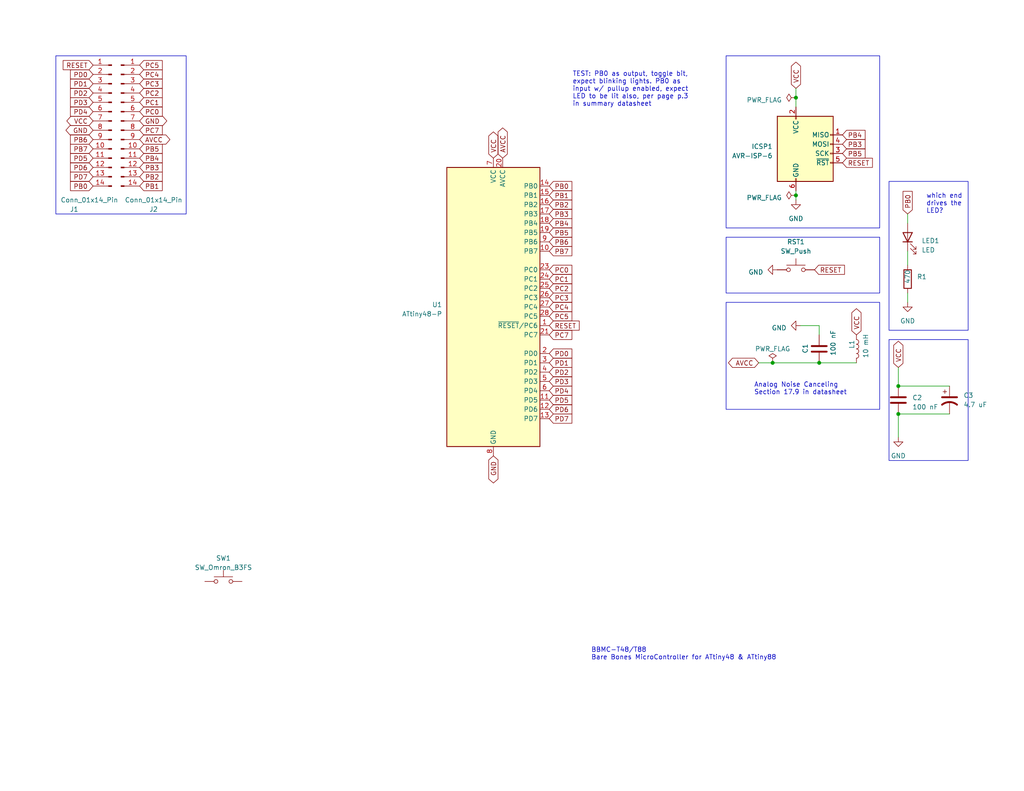
<source format=kicad_sch>
(kicad_sch (version 20230121) (generator eeschema)
  (paper "USLetter")
  (title_block (title "ATtiny48 Breakout Board") (date "2023-06-13") (rev "v0.4"))
  (lib_symbols
    (symbol "Connector:AVR-ISP-6" (pin_names (offset 1.016))
      (property "Reference" "J" (at -6.35 11.43 0))
      (property "Value" "AVR-ISP-6" (at 0 11.43 0))
      (symbol "AVR-ISP-6_0_1"
        (rectangle (start -2.667 -6.858) (end -2.413 -7.62))
        (rectangle (start -2.667 10.16) (end -2.413 9.398))
        (rectangle (start 7.62 -2.413) (end 6.858 -2.667))
        (rectangle (start 7.62 0.127) (end 6.858 -0.127))
        (rectangle (start 7.62 2.667) (end 6.858 2.413))
        (rectangle (start 7.62 5.207) (end 6.858 4.953))
        (rectangle (start 7.62 10.16) (end -7.62 -7.62) (stroke (width 0.254)) (fill (type background)))
      )
      (symbol "AVR-ISP-6_1_1"
        (pin passive line (at 10.16 5.08 180) (length 2.54) (name "MISO") (number "1"))
        (pin passive line (at -2.54 12.7 270) (length 2.54) (name "VCC") (number "2"))
        (pin passive line (at 10.16 0 180) (length 2.54) (name "SCK") (number "3"))
        (pin passive line (at 10.16 2.54 180) (length 2.54) (name "MOSI") (number "4"))
        (pin passive line (at 10.16 -2.54 180) (length 2.54) (name "~{RST}") (number "5"))
        (pin passive line (at -2.54 -10.16 90) (length 2.54) (name "GND") (number "6"))
      )
    )
    (symbol "Connector:Conn_01x14_Pin" (pin_names (offset 1.016) hide)
      (property "Reference" "J" (at 0 17.78 0))
      (property "Value" "Conn_01x14_Pin" (at 0 -20.32 0))
      (symbol "Conn_01x14_Pin_1_1"
        (polyline (pts (xy 1.27 -17.78) (xy 0.8636 -17.78)) (stroke (width 0.1524)))
        (polyline (pts (xy 1.27 -15.24) (xy 0.8636 -15.24)) (stroke (width 0.1524)))
        (polyline (pts (xy 1.27 -12.7) (xy 0.8636 -12.7)) (stroke (width 0.1524)))
        (polyline (pts (xy 1.27 -10.16) (xy 0.8636 -10.16)) (stroke (width 0.1524)))
        (polyline (pts (xy 1.27 -7.62) (xy 0.8636 -7.62)) (stroke (width 0.1524)))
        (polyline (pts (xy 1.27 -5.08) (xy 0.8636 -5.08)) (stroke (width 0.1524)))
        (polyline (pts (xy 1.27 -2.54) (xy 0.8636 -2.54)) (stroke (width 0.1524)))
        (polyline (pts (xy 1.27 0) (xy 0.8636 0)) (stroke (width 0.1524)))
        (polyline (pts (xy 1.27 2.54) (xy 0.8636 2.54)) (stroke (width 0.1524)))
        (polyline (pts (xy 1.27 5.08) (xy 0.8636 5.08)) (stroke (width 0.1524)))
        (polyline (pts (xy 1.27 7.62) (xy 0.8636 7.62)) (stroke (width 0.1524)))
        (polyline (pts (xy 1.27 10.16) (xy 0.8636 10.16)) (stroke (width 0.1524)))
        (polyline (pts (xy 1.27 12.7) (xy 0.8636 12.7)) (stroke (width 0.1524)))
        (polyline (pts (xy 1.27 15.24) (xy 0.8636 15.24)) (stroke (width 0.1524)))
        (rectangle (start 0.8636 -17.653) (end 0 -17.907) (stroke (width 0.1524)) (fill (type outline)))
        (rectangle (start 0.8636 -15.113) (end 0 -15.367) (stroke (width 0.1524)) (fill (type outline)))
        (rectangle (start 0.8636 -12.573) (end 0 -12.827) (stroke (width 0.1524)) (fill (type outline)))
        (rectangle (start 0.8636 -10.033) (end 0 -10.287) (stroke (width 0.1524)) (fill (type outline)))
        (rectangle (start 0.8636 -7.493) (end 0 -7.747) (stroke (width 0.1524)) (fill (type outline)))
        (rectangle (start 0.8636 -4.953) (end 0 -5.207) (stroke (width 0.1524)) (fill (type outline)))
        (rectangle (start 0.8636 -2.413) (end 0 -2.667) (stroke (width 0.1524)) (fill (type outline)))
        (rectangle (start 0.8636 0.127) (end 0 -0.127) (stroke (width 0.1524)) (fill (type outline)))
        (rectangle (start 0.8636 2.667) (end 0 2.413) (stroke (width 0.1524)) (fill (type outline)))
        (rectangle (start 0.8636 5.207) (end 0 4.953) (stroke (width 0.1524)) (fill (type outline)))
        (rectangle (start 0.8636 7.747) (end 0 7.493) (stroke (width 0.1524)) (fill (type outline)))
        (rectangle (start 0.8636 10.287) (end 0 10.033) (stroke (width 0.1524)) (fill (type outline)))
        (rectangle (start 0.8636 12.827) (end 0 12.573) (stroke (width 0.1524)) (fill (type outline)))
        (rectangle (start 0.8636 15.367) (end 0 15.113) (stroke (width 0.1524)) (fill (type outline)))
        (pin passive line (at 5.08 15.24 180) (length 3.81) (name "Pin_1") (number "1"))
        (pin passive line (at 5.08 -7.62 180) (length 3.81) (name "Pin_10") (number "10"))
        (pin passive line (at 5.08 -10.16 180) (length 3.81) (name "Pin_11") (number "11"))
        (pin passive line (at 5.08 -12.7 180) (length 3.81) (name "Pin_12") (number "12"))
        (pin passive line (at 5.08 -15.24 180) (length 3.81) (name "Pin_13") (number "13"))
        (pin passive line (at 5.08 -17.78 180) (length 3.81) (name "Pin_14") (number "14"))
        (pin passive line (at 5.08 12.7 180) (length 3.81) (name "Pin_2") (number "2"))
        (pin passive line (at 5.08 10.16 180) (length 3.81) (name "Pin_3") (number "3"))
        (pin passive line (at 5.08 7.62 180) (length 3.81) (name "Pin_4") (number "4"))
        (pin passive line (at 5.08 5.08 180) (length 3.81) (name "Pin_5") (number "5"))
        (pin passive line (at 5.08 2.54 180) (length 3.81) (name "Pin_6") (number "6"))
        (pin passive line (at 5.08 0 180) (length 3.81) (name "Pin_7") (number "7"))
        (pin passive line (at 5.08 -2.54 180) (length 3.81) (name "Pin_8") (number "8"))
        (pin passive line (at 5.08 -5.08 180) (length 3.81) (name "Pin_9") (number "9"))
      )
    )
    (symbol "Device:C" (pin_numbers hide) (pin_names (offset 0.254))
      (property "Reference" "C" (at 0.635 2.54 0))
      (property "Value" "C" (at 0.635 -2.54 0))
      (symbol "C_0_1"
        (polyline (pts (xy -2.032 -0.762) (xy 2.032 -0.762)) (stroke (width 0.508)))
        (polyline (pts (xy -2.032 0.762) (xy 2.032 0.762)) (stroke (width 0.508)))
      )
      (symbol "C_1_1"
        (pin passive line (at 0 3.81 270) (length 2.794) (name "~") (number "1"))
        (pin passive line (at 0 -3.81 90) (length 2.794) (name "~") (number "2"))
      )
    )
    (symbol "Device:C_Polarized_US" (pin_numbers hide) (pin_names (offset 0.254) hide)
      (property "Reference" "C" (at 0.635 2.54 0))
      (property "Value" "C_Polarized_US" (at 0.635 -2.54 0))
      (symbol "C_Polarized_US_0_1"
        (polyline (pts (xy -2.032 0.762) (xy 2.032 0.762)) (stroke (width 0.508)))
        (polyline (pts (xy -1.778 2.286) (xy -0.762 2.286)))
        (polyline (pts (xy -1.27 1.778) (xy -1.27 2.794)))
        (arc (start 2.032 -1.27) (mid 0 -0.5572) (end -2.032 -1.27) (stroke (width 0.508)))
      )
      (symbol "C_Polarized_US_1_1"
        (pin passive line (at 0 3.81 270) (length 2.794) (name "~") (number "1"))
        (pin passive line (at 0 -3.81 90) (length 3.302) (name "~") (number "2"))
      )
    )
    (symbol "Device:L" (pin_numbers hide) (pin_names (offset 1.016) hide)
      (property "Reference" "L" (at -1.27 0 90))
      (property "Value" "L" (at 1.905 0 90))
      (symbol "L_0_1"
        (arc (start 0 -2.54) (mid 0.6323 -1.905) (end 0 -1.27))
        (arc (start 0 -1.27) (mid 0.6323 -0.635) (end 0 0))
        (arc (start 0 0) (mid 0.6323 0.635) (end 0 1.27))
        (arc (start 0 1.27) (mid 0.6323 1.905) (end 0 2.54))
      )
      (symbol "L_1_1"
        (pin passive line (at 0 3.81 270) (length 1.27) (name "1") (number "1"))
        (pin passive line (at 0 -3.81 90) (length 1.27) (name "2") (number "2"))
      )
    )
    (symbol "Device:LED" (pin_numbers hide) (pin_names (offset 1.016) hide)
      (property "Reference" "D" (at 0 2.54 0))
      (property "Value" "LED" (at 0 -2.54 0))
      (symbol "LED_0_1"
        (polyline (pts (xy -1.27 -1.27) (xy -1.27 1.27)) (stroke (width 0.254)))
        (polyline (pts (xy -1.27 0) (xy 1.27 0)))
        (polyline (pts (xy 1.27 -1.27) (xy 1.27 1.27) (xy -1.27 0) (xy 1.27 -1.27)) (stroke (width 0.254)))
        (polyline (pts (xy -3.048 -0.762) (xy -4.572 -2.286) (xy -3.81 -2.286) (xy -4.572 -2.286) (xy -4.572 -1.524)))
        (polyline (pts (xy -1.778 -0.762) (xy -3.302 -2.286) (xy -2.54 -2.286) (xy -3.302 -2.286) (xy -3.302 -1.524)))
      )
      (symbol "LED_1_1"
        (pin passive line (at -3.81 0 0) (length 2.54) (name "K") (number "1"))
        (pin passive line (at 3.81 0 180) (length 2.54) (name "A") (number "2"))
      )
    )
    (symbol "Device:R" (pin_numbers hide) (pin_names (offset 0))
      (property "Reference" "R" (at 2.032 0 90))
      (property "Value" "R" (at 0 0 90))
      (symbol "R_0_1"
        (rectangle (start -1.016 -2.54) (end 1.016 2.54) (stroke (width 0.254)))
      )
      (symbol "R_1_1"
        (pin passive line (at 0 3.81 270) (length 1.27) (name "~") (number "1"))
        (pin passive line (at 0 -3.81 90) (length 1.27) (name "~") (number "2"))
      )
    )
    (symbol "MCU_Microchip_ATtiny:ATtiny48-P"
      (property "Reference" "U" (at -12.7 39.37 0))
      (property "Value" "ATtiny48-P" (at 2.54 -39.37 0))
      (symbol "ATtiny48-P_0_1"
        (rectangle (start -12.7 -38.1) (end 12.7 38.1) (stroke (width 0.254)) (fill (type background)))
      )
      (symbol "ATtiny48-P_1_1"
        (pin bidirectional line (at 15.24 -5.08 180) (length 2.54) (name "~{RESET}/PC6") (number "1"))
        (pin bidirectional line (at 15.24 15.24 180) (length 2.54) (name "PB7") (number "10"))
        (pin bidirectional line (at 15.24 -25.4 180) (length 2.54) (name "PD5") (number "11"))
        (pin bidirectional line (at 15.24 -27.94 180) (length 2.54) (name "PD6") (number "12"))
        (pin bidirectional line (at 15.24 -30.48 180) (length 2.54) (name "PD7") (number "13"))
        (pin bidirectional line (at 15.24 33.02 180) (length 2.54) (name "PB0") (number "14"))
        (pin bidirectional line (at 15.24 30.48 180) (length 2.54) (name "PB1") (number "15"))
        (pin bidirectional line (at 15.24 27.94 180) (length 2.54) (name "PB2") (number "16"))
        (pin bidirectional line (at 15.24 25.4 180) (length 2.54) (name "PB3") (number "17"))
        (pin bidirectional line (at 15.24 22.86 180) (length 2.54) (name "PB4") (number "18"))
        (pin bidirectional line (at 15.24 20.32 180) (length 2.54) (name "PB5") (number "19"))
        (pin bidirectional line (at 15.24 -12.7 180) (length 2.54) (name "PD0") (number "2"))
        (pin power_in line (at 2.54 40.64 270) (length 2.54) (name "AVCC") (number "20"))
        (pin bidirectional line (at 15.24 -7.62 180) (length 2.54) (name "PC7") (number "21"))
        (pin passive line (at 0 -40.64 90) (length 2.54) hide (name "GND") (number "22"))
        (pin bidirectional line (at 15.24 10.16 180) (length 2.54) (name "PC0") (number "23"))
        (pin bidirectional line (at 15.24 7.62 180) (length 2.54) (name "PC1") (number "24"))
        (pin bidirectional line (at 15.24 5.08 180) (length 2.54) (name "PC2") (number "25"))
        (pin bidirectional line (at 15.24 2.54 180) (length 2.54) (name "PC3") (number "26"))
        (pin bidirectional line (at 15.24 0 180) (length 2.54) (name "PC4") (number "27"))
        (pin bidirectional line (at 15.24 -2.54 180) (length 2.54) (name "PC5") (number "28"))
        (pin bidirectional line (at 15.24 -15.24 180) (length 2.54) (name "PD1") (number "3"))
        (pin bidirectional line (at 15.24 -17.78 180) (length 2.54) (name "PD2") (number "4"))
        (pin bidirectional line (at 15.24 -20.32 180) (length 2.54) (name "PD3") (number "5"))
        (pin bidirectional line (at 15.24 -22.86 180) (length 2.54) (name "PD4") (number "6"))
        (pin power_in line (at 0 40.64 270) (length 2.54) (name "VCC") (number "7"))
        (pin power_in line (at 0 -40.64 90) (length 2.54) (name "GND") (number "8"))
        (pin bidirectional line (at 15.24 17.78 180) (length 2.54) (name "PB6") (number "9"))
      )
    )
    (symbol "Switch:SW_Omron_B3FS" (pin_numbers hide) (pin_names (offset 1.016) hide)
      (property "Reference" "SW" (at 1.27 2.54 0))
      (property "Value" "SW_Omron_B3FS" (at 0 -1.524 0))
      (symbol "SW_Omron_B3FS_0_1"
        (circle (center -2.032 0) (radius 0.508))
        (polyline (pts (xy 0 1.27) (xy 0 3.048)))
        (polyline (pts (xy 2.54 1.27) (xy -2.54 1.27)))
        (circle (center 2.032 0) (radius 0.508))
        (pin passive line (at -5.08 0 0) (length 2.54) (name "1") (number "1"))
        (pin passive line (at 5.08 0 180) (length 2.54) (name "2") (number "2"))
      )
    )
    (symbol "Switch:SW_Push" (pin_numbers hide) (pin_names (offset 1.016) hide)
      (property "Reference" "SW" (at 1.27 2.54 0))
      (property "Value" "SW_Push" (at 0 -1.524 0))
      (symbol "SW_Push_0_1"
        (circle (center -2.032 0) (radius 0.508))
        (polyline (pts (xy 0 1.27) (xy 0 3.048)))
        (polyline (pts (xy 2.54 1.27) (xy -2.54 1.27)))
        (circle (center 2.032 0) (radius 0.508))
        (pin passive line (at -5.08 0 0) (length 2.54) (name "1") (number "1"))
        (pin passive line (at 5.08 0 180) (length 2.54) (name "2") (number "2"))
      )
    )
    (symbol "power:GND" (power) (pin_names (offset 0))
      (property "Value" "GND" (at 0 -3.81 0))
      (symbol "GND_0_1"
        (polyline (pts (xy 0 0) (xy 0 -1.27) (xy 1.27 -1.27) (xy 0 -2.54) (xy -1.27 -1.27) (xy 0 -1.27)))
      )
      (symbol "GND_1_1"
        (pin power_in line (at 0 0 270) (length 0) hide (name "GND") (number "1"))
      )
    )
    (symbol "power:PWR_FLAG" (power) (pin_numbers hide) (pin_names (offset 0) hide)
      (property "Value" "PWR_FLAG" (at 0 3.81 0))
      (symbol "PWR_FLAG_0_0"
        (pin power_out line (at 0 0 90) (length 0) (name "pwr") (number "1"))
      )
      (symbol "PWR_FLAG_0_1"
        (polyline (pts (xy 0 0) (xy 0 1.27) (xy -1.016 1.905) (xy 0 2.54) (xy 1.016 1.905) (xy 0 1.27)))
      )
    )
  )
  (junction (at 223.52 99.06))
  (junction (at 245.11 105.41))
  (junction (at 217.17 26.67))
  (junction (at 217.17 53.34))
  (junction (at 245.11 113.03))
  (junction (at 210.82 99.06))
  (wire (pts (xy 223.52 88.9) (xy 223.52 91.44)))
  (wire (pts (xy 247.65 68.58) (xy 247.65 72.39)))
  (wire (pts (xy 210.82 99.06) (xy 223.52 99.06)))
  (wire (pts (xy 217.17 26.67) (xy 217.17 29.21)))
  (wire (pts (xy 245.11 105.41) (xy 259.08 105.41)))
  (wire (pts (xy 245.11 113.03) (xy 259.08 113.03)))
  (wire (pts (xy 245.11 100.33) (xy 245.11 105.41)))
  (wire (pts (xy 217.17 53.34) (xy 217.17 54.61)))
  (wire (pts (xy 217.17 24.13) (xy 217.17 26.67)))
  (wire (pts (xy 245.11 113.03) (xy 245.11 119.38)))
  (wire (pts (xy 218.44 88.9) (xy 223.52 88.9)))
  (wire (pts (xy 223.52 99.06) (xy 233.68 99.06)))
  (wire (pts (xy 217.17 52.07) (xy 217.17 53.34)))
  (wire (pts (xy 207.01 99.06) (xy 210.82 99.06)))
  (wire (pts (xy 247.65 80.01) (xy 247.65 82.55)))
  (wire (pts (xy 247.65 58.42) (xy 247.65 60.96)))
  (rectangle (start 242.57 49.53) (end 264.16 90.17))
  (rectangle (start 15.24 15.24) (end 50.8 58.42))
  (rectangle (start 198.12 82.55) (end 240.03 111.76))
  (rectangle (start 198.12 15.24) (end 240.03 62.23))
  (rectangle (start 242.57 92.71) (end 264.16 125.73))
  (rectangle (start 198.12 64.77) (end 240.03 80.01))
  (text "TEST: PB0 as output, toggle bit,\nexpect blinking lights. PB0 as\ninput w/ pullup enabled, expect\nLED to be lit also, per page p.3\nin summary datasheet" (at 156.21 29.21 0) (effects (font (size 1.27 1.27)) (justify left bottom)))
  (text "BBMC-T48/T88\nBare Bones MicroController for ATtiny48 & ATtiny88" (at 161.29 180.34 0) (effects (font (size 1.27 1.27)) (justify left bottom)))
  (text "Analog Noise Canceling\nSection 17.9 in datasheet" (at 205.74 107.95 0) (effects (font (size 1.27 1.27)) (justify left bottom)))
  (text "which end\ndrives the\nLED?" (at 252.73 58.42 0) (effects (font (size 1.27 1.27)) (justify left bottom)))
  (global_label "VCC" (shape bidirectional) (at 217.17 24.13 90) (property "Intersheetrefs" "${INTERSHEET_REFS}" (effects hide)))
  (global_label "PB3" (shape input) (at 38.1 45.72 0) (property "Intersheetrefs" "${INTERSHEET_REFS}" (effects hide)))
  (global_label "PD0" (shape input) (at 25.4 20.32 180) (property "Intersheetrefs" "${INTERSHEET_REFS}" (effects hide)))
  (global_label "GND" (shape bidirectional) (at 25.4 35.56 180) (property "Intersheetrefs" "${INTERSHEET_REFS}" (effects hide)))
  (global_label "AVCC" (shape bidirectional) (at 38.1 38.1 0) (property "Intersheetrefs" "${INTERSHEET_REFS}" (effects hide)))
  (global_label "PB4" (shape input) (at 229.87 36.83 0) (property "Intersheetrefs" "${INTERSHEET_REFS}" (effects hide)))
  (global_label "PC0" (shape input) (at 38.1 30.48 0) (property "Intersheetrefs" "${INTERSHEET_REFS}" (effects hide)))
  (global_label "PD3" (shape input) (at 149.86 104.14 0) (property "Intersheetrefs" "${INTERSHEET_REFS}" (effects hide)))
  (global_label "PD4" (shape input) (at 25.4 30.48 180) (property "Intersheetrefs" "${INTERSHEET_REFS}" (effects hide)))
  (global_label "PD1" (shape input) (at 149.86 99.06 0) (property "Intersheetrefs" "${INTERSHEET_REFS}" (effects hide)))
  (global_label "PB2" (shape input) (at 149.86 55.88 0) (property "Intersheetrefs" "${INTERSHEET_REFS}" (effects hide)))
  (global_label "PB4" (shape input) (at 38.1 43.18 0) (property "Intersheetrefs" "${INTERSHEET_REFS}" (effects hide)))
  (global_label "PB7" (shape input) (at 149.86 68.58 0) (property "Intersheetrefs" "${INTERSHEET_REFS}" (effects hide)))
  (global_label "PC5" (shape input) (at 38.1 17.78 0) (property "Intersheetrefs" "${INTERSHEET_REFS}" (effects hide)))
  (global_label "PB5" (shape input) (at 149.86 63.5 0) (property "Intersheetrefs" "${INTERSHEET_REFS}" (effects hide)))
  (global_label "PB4" (shape input) (at 149.86 60.96 0) (property "Intersheetrefs" "${INTERSHEET_REFS}" (effects hide)))
  (global_label "PC1" (shape input) (at 38.1 27.94 0) (property "Intersheetrefs" "${INTERSHEET_REFS}" (effects hide)))
  (global_label "PD6" (shape input) (at 149.86 111.76 0) (property "Intersheetrefs" "${INTERSHEET_REFS}" (effects hide)))
  (global_label "PC0" (shape input) (at 149.86 73.66 0) (property "Intersheetrefs" "${INTERSHEET_REFS}" (effects hide)))
  (global_label "VCC" (shape bidirectional) (at 245.11 100.33 90) (property "Intersheetrefs" "${INTERSHEET_REFS}" (effects hide)))
  (global_label "RESET" (shape input) (at 229.87 44.45 0) (property "Intersheetrefs" "${INTERSHEET_REFS}" (effects hide)))
  (global_label "RESET" (shape input) (at 25.4 17.78 180) (property "Intersheetrefs" "${INTERSHEET_REFS}" (effects hide)))
  (global_label "PD2" (shape input) (at 149.86 101.6 0) (property "Intersheetrefs" "${INTERSHEET_REFS}" (effects hide)))
  (global_label "PD3" (shape input) (at 25.4 27.94 180) (property "Intersheetrefs" "${INTERSHEET_REFS}" (effects hide)))
  (global_label "PD0" (shape input) (at 149.86 96.52 0) (property "Intersheetrefs" "${INTERSHEET_REFS}" (effects hide)))
  (global_label "VCC" (shape bidirectional) (at 25.4 33.02 180) (property "Intersheetrefs" "${INTERSHEET_REFS}" (effects hide)))
  (global_label "PC5" (shape input) (at 149.86 86.36 0) (property "Intersheetrefs" "${INTERSHEET_REFS}" (effects hide)))
  (global_label "PC2" (shape input) (at 38.1 25.4 0) (property "Intersheetrefs" "${INTERSHEET_REFS}" (effects hide)))
  (global_label "PB1" (shape input) (at 38.1 50.8 0) (property "Intersheetrefs" "${INTERSHEET_REFS}" (effects hide)))
  (global_label "PC4" (shape input) (at 149.86 83.82 0) (property "Intersheetrefs" "${INTERSHEET_REFS}" (effects hide)))
  (global_label "GND" (shape bidirectional) (at 134.62 124.46 270) (property "Intersheetrefs" "${INTERSHEET_REFS}" (effects hide)))
  (global_label "PB1" (shape input) (at 149.86 53.34 0) (property "Intersheetrefs" "${INTERSHEET_REFS}" (effects hide)))
  (global_label "PB5" (shape input) (at 38.1 40.64 0) (property "Intersheetrefs" "${INTERSHEET_REFS}" (effects hide)))
  (global_label "VCC" (shape bidirectional) (at 134.62 43.18 90) (property "Intersheetrefs" "${INTERSHEET_REFS}" (effects hide)))
  (global_label "PB6" (shape input) (at 25.4 38.1 180) (property "Intersheetrefs" "${INTERSHEET_REFS}" (effects hide)))
  (global_label "PD7" (shape input) (at 149.86 114.3 0) (property "Intersheetrefs" "${INTERSHEET_REFS}" (effects hide)))
  (global_label "PC3" (shape input) (at 38.1 22.86 0) (property "Intersheetrefs" "${INTERSHEET_REFS}" (effects hide)))
  (global_label "PD5" (shape input) (at 25.4 43.18 180) (property "Intersheetrefs" "${INTERSHEET_REFS}" (effects hide)))
  (global_label "PD1" (shape input) (at 25.4 22.86 180) (property "Intersheetrefs" "${INTERSHEET_REFS}" (effects hide)))
  (global_label "RESET" (shape input) (at 149.86 88.9 0) (property "Intersheetrefs" "${INTERSHEET_REFS}" (effects hide)))
  (global_label "PD6" (shape input) (at 25.4 45.72 180) (property "Intersheetrefs" "${INTERSHEET_REFS}" (effects hide)))
  (global_label "PC1" (shape input) (at 149.86 76.2 0) (property "Intersheetrefs" "${INTERSHEET_REFS}" (effects hide)))
  (global_label "PD4" (shape input) (at 149.86 106.68 0) (property "Intersheetrefs" "${INTERSHEET_REFS}" (effects hide)))
  (global_label "PB0" (shape input) (at 247.65 58.42 90) (property "Intersheetrefs" "${INTERSHEET_REFS}" (effects hide)))
  (global_label "PD7" (shape input) (at 25.4 48.26 180) (property "Intersheetrefs" "${INTERSHEET_REFS}" (effects hide)))
  (global_label "PB7" (shape input) (at 25.4 40.64 180) (property "Intersheetrefs" "${INTERSHEET_REFS}" (effects hide)))
  (global_label "PC7" (shape input) (at 38.1 35.56 0) (property "Intersheetrefs" "${INTERSHEET_REFS}" (effects hide)))
  (global_label "PC2" (shape input) (at 149.86 78.74 0) (property "Intersheetrefs" "${INTERSHEET_REFS}" (effects hide)))
  (global_label "AVCC" (shape bidirectional) (at 137.16 43.18 90) (property "Intersheetrefs" "${INTERSHEET_REFS}" (effects hide)))
  (global_label "PB5" (shape input) (at 229.87 41.91 0) (property "Intersheetrefs" "${INTERSHEET_REFS}" (effects hide)))
  (global_label "PC3" (shape input) (at 149.86 81.28 0) (property "Intersheetrefs" "${INTERSHEET_REFS}" (effects hide)))
  (global_label "PD2" (shape input) (at 25.4 25.4 180) (property "Intersheetrefs" "${INTERSHEET_REFS}" (effects hide)))
  (global_label "PB0" (shape input) (at 25.4 50.8 180) (property "Intersheetrefs" "${INTERSHEET_REFS}" (effects hide)))
  (global_label "PB0" (shape input) (at 149.86 50.8 0) (property "Intersheetrefs" "${INTERSHEET_REFS}" (effects hide)))
  (global_label "GND" (shape bidirectional) (at 38.1 33.02 0) (property "Intersheetrefs" "${INTERSHEET_REFS}" (effects hide)))
  (global_label "AVCC" (shape bidirectional) (at 207.01 99.06 180) (property "Intersheetrefs" "${INTERSHEET_REFS}" (effects hide)))
  (global_label "VCC" (shape bidirectional) (at 233.68 91.44 90) (property "Intersheetrefs" "${INTERSHEET_REFS}" (effects hide)))
  (global_label "PB3" (shape input) (at 229.87 39.37 0) (property "Intersheetrefs" "${INTERSHEET_REFS}" (effects hide)))
  (global_label "PC7" (shape input) (at 149.86 91.44 0) (property "Intersheetrefs" "${INTERSHEET_REFS}" (effects hide)))
  (global_label "PC4" (shape input) (at 38.1 20.32 0) (property "Intersheetrefs" "${INTERSHEET_REFS}" (effects hide)))
  (global_label "RESET" (shape input) (at 222.25 73.66 0) (property "Intersheetrefs" "${INTERSHEET_REFS}" (effects hide)))
  (global_label "PB2" (shape input) (at 38.1 48.26 0) (property "Intersheetrefs" "${INTERSHEET_REFS}" (effects hide)))
  (global_label "PB3" (shape input) (at 149.86 58.42 0) (property "Intersheetrefs" "${INTERSHEET_REFS}" (effects hide)))
  (global_label "PB6" (shape input) (at 149.86 66.04 0) (property "Intersheetrefs" "${INTERSHEET_REFS}" (effects hide)))
  (global_label "PD5" (shape input) (at 149.86 109.22 0) (property "Intersheetrefs" "${INTERSHEET_REFS}" (effects hide)))
  (symbol (lib_id "MCU_Microchip_ATtiny:ATtiny48-P") (at 134.62 83.82 0) (unit 1)
    (property "Reference" "U1" (at 120.65 83.185 0) (effects (justify right)))
    (property "Value" "ATtiny48-P" (at 120.65 85.725 0) (effects (justify right)))
    (property "Footprint" "Package_DIP:DIP-28_W7.62mm" (effects hide))
    (property "Datasheet" "http://ww1.microchip.com/downloads/en/DeviceDoc/doc8008.pdf" (effects hide))
  )
  (symbol (lib_id "Connector:Conn_01x14_Pin") (at 33.02 33.02 0) (unit 1)
    (property "Reference" "J2" (at 41.91 57.15 0))
    (property "Value" "Conn_01x14_Pin" (at 41.91 54.61 0))
    (property "Footprint" "Connector_PinHeader_2.54mm:PinHeader_1x14_P2.54mm_Vertical" (effects hide))
  )
  (symbol (lib_id "power:PWR_FLAG") (at 217.17 26.67 90) (unit 1)
    (property "Reference" "#FLG02" (effects hide))
    (property "Value" "PWR_FLAG" (at 213.36 27.305 90) (effects (justify left)))
  )
  (symbol (lib_id "Device:C") (at 223.52 95.25 0) (unit 1)
    (property "Reference" "C1" (at 219.71 96.52 90) (effects (justify left)))
    (property "Value" "100 nF" (at 227.33 97.155 90) (effects (justify left)))
    (property "Footprint" "Capacitor_THT:C_Disc_D5.0mm_W2.5mm_P2.50mm" (effects hide))
  )
  (symbol (lib_id "Connector:AVR-ISP-6") (at 219.71 41.91 0) (unit 1)
    (property "Reference" "ICSP1" (at 210.82 40.005 0) (effects (justify right)))
    (property "Value" "AVR-ISP-6" (at 210.82 42.545 0) (effects (justify right)))
    (property "Footprint" "Connector_PinHeader_2.54mm:PinHeader_2x03_P2.54mm_Vertical" (effects hide))
    (property "Datasheet" " ~" (effects hide))
  )
  (symbol (lib_id "power:PWR_FLAG") (at 210.82 99.06 0) (unit 1)
    (property "Reference" "#FLG01" (effects hide))
    (property "Value" "PWR_FLAG" (at 210.82 95.25 0))
  )
  (symbol (lib_id "power:GND") (at 217.17 54.61 0) (unit 1)
    (property "Reference" "#PWR02" (effects hide))
    (property "Value" "GND" (at 217.17 59.69 0))
  )
  (symbol (lib_id "power:GND") (at 218.44 88.9 270) (unit 1)
    (property "Reference" "#PWR03" (effects hide))
    (property "Value" "GND" (at 214.63 89.535 90) (effects (justify right)))
  )
  (symbol (lib_id "power:GND") (at 212.09 73.66 270) (unit 1)
    (property "Reference" "#PWR01" (effects hide))
    (property "Value" "GND" (at 208.28 74.295 90) (effects (justify right)))
  )
  (symbol (lib_id "power:PWR_FLAG") (at 217.17 53.34 90) (unit 1)
    (property "Reference" "#FLG03" (effects hide))
    (property "Value" "PWR_FLAG" (at 213.36 53.975 90) (effects (justify left)))
  )
  (symbol (lib_id "power:GND") (at 245.11 119.38 0) (unit 1)
    (property "Reference" "#PWR04" (effects hide))
    (property "Value" "GND" (at 245.11 124.46 0))
  )
  (symbol (lib_id "Switch:SW_Push") (at 217.17 73.66 0) (unit 1)
    (property "Reference" "RST1" (at 217.17 66.04 0))
    (property "Value" "SW_Push" (at 217.17 68.58 0))
    (property "Footprint" "Button_Switch_THT:TDB_Tayda_Tactile_SPST" (effects hide))
  )
  (symbol (lib_id "power:GND") (at 247.65 82.55 0) (unit 1)
    (property "Reference" "#PWR05" (effects hide))
    (property "Value" "GND" (at 247.65 87.63 0))
  )
  (symbol (lib_id "Device:C_Polarized_US") (at 259.08 109.22 0) (unit 1)
    (property "Reference" "C3" (at 262.89 107.95 0) (effects (justify left)))
    (property "Value" "4.7 uF" (at 262.89 110.49 0) (effects (justify left)))
    (property "Footprint" "Capacitor_THT:CP_Radial_D5.0mm_P2.50mm" (effects hide))
  )
  (symbol (lib_id "Connector:Conn_01x14_Pin") (at 30.48 33.02 0) (mirror y) (unit 1)
    (property "Reference" "J1" (at 19.05 57.15 0) (effects (justify right)))
    (property "Value" "Conn_01x14_Pin" (at 16.51 54.61 0) (effects (justify right)))
    (property "Footprint" "Connector_PinHeader_2.54mm:PinHeader_1x14_P2.54mm_Vertical" (effects hide))
  )
  (symbol (lib_id "Switch:SW_Omron_B3FS") (at 60.96 158.75 0) (unit 1)
    (property "Reference" "SW1" (at 60.96 152.4 0))
    (property "Value" "SW_Omron_B3FS" (at 60.96 154.94 0))
    (property "Datasheet" "https://omronfs.omron.com/en_US/ecb/products/pdf/en-b3fs.pdf" (effects hide))
  )
  (symbol (lib_id "Device:C") (at 245.11 109.22 0) (unit 1)
    (property "Reference" "C2" (at 248.92 108.585 0) (effects (justify left)))
    (property "Value" "100 nF" (at 248.92 111.125 0) (effects (justify left)))
    (property "Footprint" "Capacitor_THT:C_Disc_D5.0mm_W2.5mm_P2.50mm" (effects hide))
  )
  (symbol (lib_id "Device:R") (at 247.65 76.2 0) (unit 1)
    (property "Reference" "R1" (at 250.19 75.565 0) (effects (justify left)))
    (property "Value" "470" (at 247.65 77.47 90) (effects (justify left)))
    (property "Footprint" "Resistor_THT:R_Axial_DIN0207_L6.3mm_D2.5mm_P2.54mm_Vertical" (effects hide))
  )
  (symbol (lib_id "Device:L") (at 233.68 95.25 0) (unit 1)
    (property "Reference" "L1" (at 232.41 95.25 90) (effects (justify left)))
    (property "Value" "10 mH" (at 236.22 97.79 90) (effects (justify left)))
    (property "Footprint" "Inductor_THT:L_Axial_L7.0mm_D3.3mm_P2.54mm_Vertical_Fastron_MICC" (effects hide))
  )
  (symbol (lib_id "Device:LED") (at 247.65 64.77 90) (unit 1)
    (property "Reference" "LED1" (at 251.46 65.7225 90) (effects (justify right)))
    (property "Value" "LED" (at 251.46 68.2625 90) (effects (justify right)))
    (property "Footprint" "LED_THT:LED_D5.0mm" (effects hide))
  )
)
</source>
